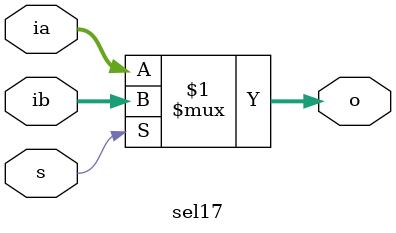
<source format=v>
`timescale 1ns / 1ns

// 2:1ZN^ 17bit bus 

module sel17(ia, ib, s, o);

    input [16:0] ia, ib;
    input s;

    output [16:0] o;


    assign o = s ? ib : ia;

endmodule
</source>
